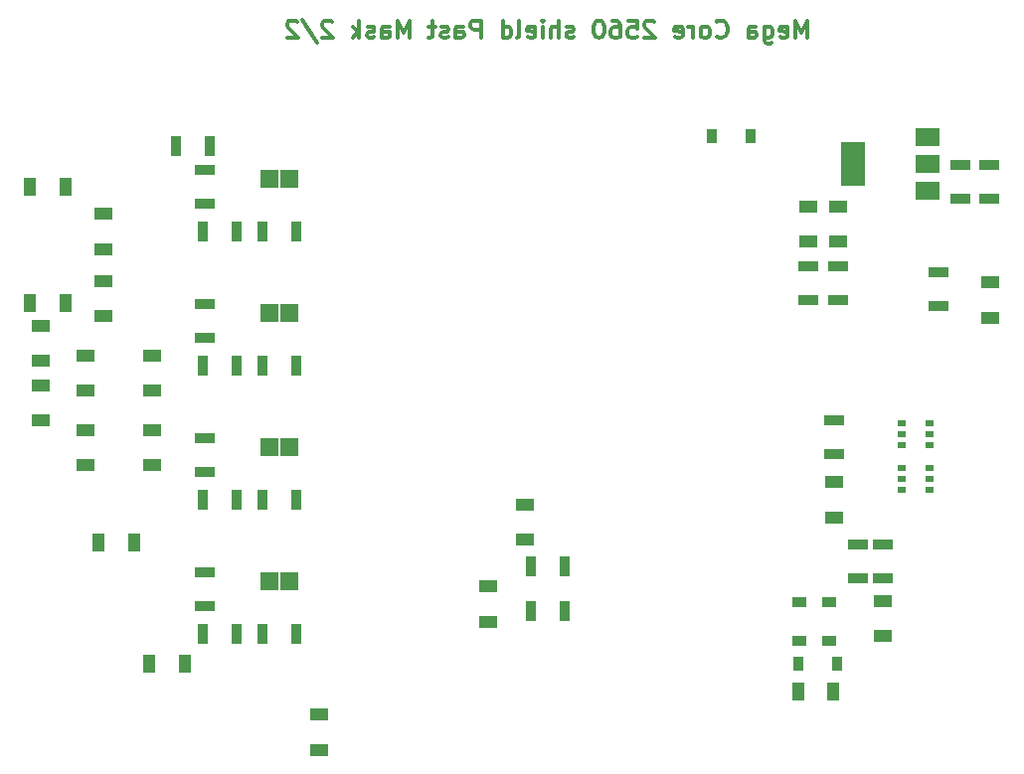
<source format=gbr>
G04 #@! TF.GenerationSoftware,KiCad,Pcbnew,(5.1.5)-3*
G04 #@! TF.CreationDate,2020-06-20T18:26:06+02:00*
G04 #@! TF.ProjectId,Mega_2560 core mini_full_2.2,4d656761-5f32-4353-9630-20636f726520,2.2*
G04 #@! TF.SameCoordinates,Original*
G04 #@! TF.FileFunction,Paste,Bot*
G04 #@! TF.FilePolarity,Positive*
%FSLAX46Y46*%
G04 Gerber Fmt 4.6, Leading zero omitted, Abs format (unit mm)*
G04 Created by KiCad (PCBNEW (5.1.5)-3) date 2020-06-20 18:26:06*
%MOMM*%
%LPD*%
G04 APERTURE LIST*
%ADD10C,0.300000*%
%ADD11R,1.000000X1.600000*%
%ADD12R,1.200000X0.900000*%
%ADD13R,0.900000X1.200000*%
%ADD14R,1.600000X1.000000*%
%ADD15R,1.700000X0.900000*%
%ADD16R,0.900000X1.700000*%
%ADD17R,0.800000X0.550000*%
%ADD18R,2.000000X3.800000*%
%ADD19R,2.000000X1.500000*%
%ADD20R,1.524000X1.524000*%
G04 APERTURE END LIST*
D10*
X208639662Y-58113051D02*
X208639662Y-56613051D01*
X208139662Y-57684480D01*
X207639662Y-56613051D01*
X207639662Y-58113051D01*
X206353948Y-58041622D02*
X206496805Y-58113051D01*
X206782520Y-58113051D01*
X206925377Y-58041622D01*
X206996805Y-57898765D01*
X206996805Y-57327337D01*
X206925377Y-57184480D01*
X206782520Y-57113051D01*
X206496805Y-57113051D01*
X206353948Y-57184480D01*
X206282520Y-57327337D01*
X206282520Y-57470194D01*
X206996805Y-57613051D01*
X204996805Y-57113051D02*
X204996805Y-58327337D01*
X205068234Y-58470194D01*
X205139662Y-58541622D01*
X205282520Y-58613051D01*
X205496805Y-58613051D01*
X205639662Y-58541622D01*
X204996805Y-58041622D02*
X205139662Y-58113051D01*
X205425377Y-58113051D01*
X205568234Y-58041622D01*
X205639662Y-57970194D01*
X205711091Y-57827337D01*
X205711091Y-57398765D01*
X205639662Y-57255908D01*
X205568234Y-57184480D01*
X205425377Y-57113051D01*
X205139662Y-57113051D01*
X204996805Y-57184480D01*
X203639662Y-58113051D02*
X203639662Y-57327337D01*
X203711091Y-57184480D01*
X203853948Y-57113051D01*
X204139662Y-57113051D01*
X204282520Y-57184480D01*
X203639662Y-58041622D02*
X203782520Y-58113051D01*
X204139662Y-58113051D01*
X204282520Y-58041622D01*
X204353948Y-57898765D01*
X204353948Y-57755908D01*
X204282520Y-57613051D01*
X204139662Y-57541622D01*
X203782520Y-57541622D01*
X203639662Y-57470194D01*
X200925377Y-57970194D02*
X200996805Y-58041622D01*
X201211091Y-58113051D01*
X201353948Y-58113051D01*
X201568234Y-58041622D01*
X201711091Y-57898765D01*
X201782520Y-57755908D01*
X201853948Y-57470194D01*
X201853948Y-57255908D01*
X201782520Y-56970194D01*
X201711091Y-56827337D01*
X201568234Y-56684480D01*
X201353948Y-56613051D01*
X201211091Y-56613051D01*
X200996805Y-56684480D01*
X200925377Y-56755908D01*
X200068234Y-58113051D02*
X200211091Y-58041622D01*
X200282520Y-57970194D01*
X200353948Y-57827337D01*
X200353948Y-57398765D01*
X200282520Y-57255908D01*
X200211091Y-57184480D01*
X200068234Y-57113051D01*
X199853948Y-57113051D01*
X199711091Y-57184480D01*
X199639662Y-57255908D01*
X199568234Y-57398765D01*
X199568234Y-57827337D01*
X199639662Y-57970194D01*
X199711091Y-58041622D01*
X199853948Y-58113051D01*
X200068234Y-58113051D01*
X198925377Y-58113051D02*
X198925377Y-57113051D01*
X198925377Y-57398765D02*
X198853948Y-57255908D01*
X198782520Y-57184480D01*
X198639662Y-57113051D01*
X198496805Y-57113051D01*
X197425377Y-58041622D02*
X197568234Y-58113051D01*
X197853948Y-58113051D01*
X197996805Y-58041622D01*
X198068234Y-57898765D01*
X198068234Y-57327337D01*
X197996805Y-57184480D01*
X197853948Y-57113051D01*
X197568234Y-57113051D01*
X197425377Y-57184480D01*
X197353948Y-57327337D01*
X197353948Y-57470194D01*
X198068234Y-57613051D01*
X195639662Y-56755908D02*
X195568234Y-56684480D01*
X195425377Y-56613051D01*
X195068234Y-56613051D01*
X194925377Y-56684480D01*
X194853948Y-56755908D01*
X194782520Y-56898765D01*
X194782520Y-57041622D01*
X194853948Y-57255908D01*
X195711091Y-58113051D01*
X194782520Y-58113051D01*
X193425377Y-56613051D02*
X194139662Y-56613051D01*
X194211091Y-57327337D01*
X194139662Y-57255908D01*
X193996805Y-57184480D01*
X193639662Y-57184480D01*
X193496805Y-57255908D01*
X193425377Y-57327337D01*
X193353948Y-57470194D01*
X193353948Y-57827337D01*
X193425377Y-57970194D01*
X193496805Y-58041622D01*
X193639662Y-58113051D01*
X193996805Y-58113051D01*
X194139662Y-58041622D01*
X194211091Y-57970194D01*
X192068234Y-56613051D02*
X192353948Y-56613051D01*
X192496805Y-56684480D01*
X192568234Y-56755908D01*
X192711091Y-56970194D01*
X192782520Y-57255908D01*
X192782520Y-57827337D01*
X192711091Y-57970194D01*
X192639662Y-58041622D01*
X192496805Y-58113051D01*
X192211091Y-58113051D01*
X192068234Y-58041622D01*
X191996805Y-57970194D01*
X191925377Y-57827337D01*
X191925377Y-57470194D01*
X191996805Y-57327337D01*
X192068234Y-57255908D01*
X192211091Y-57184480D01*
X192496805Y-57184480D01*
X192639662Y-57255908D01*
X192711091Y-57327337D01*
X192782520Y-57470194D01*
X190996805Y-56613051D02*
X190853948Y-56613051D01*
X190711091Y-56684480D01*
X190639662Y-56755908D01*
X190568234Y-56898765D01*
X190496805Y-57184480D01*
X190496805Y-57541622D01*
X190568234Y-57827337D01*
X190639662Y-57970194D01*
X190711091Y-58041622D01*
X190853948Y-58113051D01*
X190996805Y-58113051D01*
X191139662Y-58041622D01*
X191211091Y-57970194D01*
X191282520Y-57827337D01*
X191353948Y-57541622D01*
X191353948Y-57184480D01*
X191282520Y-56898765D01*
X191211091Y-56755908D01*
X191139662Y-56684480D01*
X190996805Y-56613051D01*
X188782520Y-58041622D02*
X188639662Y-58113051D01*
X188353948Y-58113051D01*
X188211091Y-58041622D01*
X188139662Y-57898765D01*
X188139662Y-57827337D01*
X188211091Y-57684480D01*
X188353948Y-57613051D01*
X188568234Y-57613051D01*
X188711091Y-57541622D01*
X188782520Y-57398765D01*
X188782520Y-57327337D01*
X188711091Y-57184480D01*
X188568234Y-57113051D01*
X188353948Y-57113051D01*
X188211091Y-57184480D01*
X187496805Y-58113051D02*
X187496805Y-56613051D01*
X186853948Y-58113051D02*
X186853948Y-57327337D01*
X186925377Y-57184480D01*
X187068234Y-57113051D01*
X187282520Y-57113051D01*
X187425377Y-57184480D01*
X187496805Y-57255908D01*
X186139662Y-58113051D02*
X186139662Y-57113051D01*
X186139662Y-56613051D02*
X186211091Y-56684480D01*
X186139662Y-56755908D01*
X186068234Y-56684480D01*
X186139662Y-56613051D01*
X186139662Y-56755908D01*
X184853948Y-58041622D02*
X184996805Y-58113051D01*
X185282520Y-58113051D01*
X185425377Y-58041622D01*
X185496805Y-57898765D01*
X185496805Y-57327337D01*
X185425377Y-57184480D01*
X185282520Y-57113051D01*
X184996805Y-57113051D01*
X184853948Y-57184480D01*
X184782520Y-57327337D01*
X184782520Y-57470194D01*
X185496805Y-57613051D01*
X183925377Y-58113051D02*
X184068234Y-58041622D01*
X184139662Y-57898765D01*
X184139662Y-56613051D01*
X182711091Y-58113051D02*
X182711091Y-56613051D01*
X182711091Y-58041622D02*
X182853948Y-58113051D01*
X183139662Y-58113051D01*
X183282520Y-58041622D01*
X183353948Y-57970194D01*
X183425377Y-57827337D01*
X183425377Y-57398765D01*
X183353948Y-57255908D01*
X183282520Y-57184480D01*
X183139662Y-57113051D01*
X182853948Y-57113051D01*
X182711091Y-57184480D01*
X180853948Y-58113051D02*
X180853948Y-56613051D01*
X180282520Y-56613051D01*
X180139662Y-56684480D01*
X180068234Y-56755908D01*
X179996805Y-56898765D01*
X179996805Y-57113051D01*
X180068234Y-57255908D01*
X180139662Y-57327337D01*
X180282520Y-57398765D01*
X180853948Y-57398765D01*
X178711091Y-58113051D02*
X178711091Y-57327337D01*
X178782520Y-57184480D01*
X178925377Y-57113051D01*
X179211091Y-57113051D01*
X179353948Y-57184480D01*
X178711091Y-58041622D02*
X178853948Y-58113051D01*
X179211091Y-58113051D01*
X179353948Y-58041622D01*
X179425377Y-57898765D01*
X179425377Y-57755908D01*
X179353948Y-57613051D01*
X179211091Y-57541622D01*
X178853948Y-57541622D01*
X178711091Y-57470194D01*
X178068234Y-58041622D02*
X177925377Y-58113051D01*
X177639662Y-58113051D01*
X177496805Y-58041622D01*
X177425377Y-57898765D01*
X177425377Y-57827337D01*
X177496805Y-57684480D01*
X177639662Y-57613051D01*
X177853948Y-57613051D01*
X177996805Y-57541622D01*
X178068234Y-57398765D01*
X178068234Y-57327337D01*
X177996805Y-57184480D01*
X177853948Y-57113051D01*
X177639662Y-57113051D01*
X177496805Y-57184480D01*
X176996805Y-57113051D02*
X176425377Y-57113051D01*
X176782520Y-56613051D02*
X176782520Y-57898765D01*
X176711091Y-58041622D01*
X176568234Y-58113051D01*
X176425377Y-58113051D01*
X174782520Y-58113051D02*
X174782520Y-56613051D01*
X174282520Y-57684480D01*
X173782520Y-56613051D01*
X173782520Y-58113051D01*
X172425377Y-58113051D02*
X172425377Y-57327337D01*
X172496805Y-57184480D01*
X172639662Y-57113051D01*
X172925377Y-57113051D01*
X173068234Y-57184480D01*
X172425377Y-58041622D02*
X172568234Y-58113051D01*
X172925377Y-58113051D01*
X173068234Y-58041622D01*
X173139662Y-57898765D01*
X173139662Y-57755908D01*
X173068234Y-57613051D01*
X172925377Y-57541622D01*
X172568234Y-57541622D01*
X172425377Y-57470194D01*
X171782520Y-58041622D02*
X171639662Y-58113051D01*
X171353948Y-58113051D01*
X171211091Y-58041622D01*
X171139662Y-57898765D01*
X171139662Y-57827337D01*
X171211091Y-57684480D01*
X171353948Y-57613051D01*
X171568234Y-57613051D01*
X171711091Y-57541622D01*
X171782520Y-57398765D01*
X171782520Y-57327337D01*
X171711091Y-57184480D01*
X171568234Y-57113051D01*
X171353948Y-57113051D01*
X171211091Y-57184480D01*
X170496805Y-58113051D02*
X170496805Y-56613051D01*
X170353948Y-57541622D02*
X169925377Y-58113051D01*
X169925377Y-57113051D02*
X170496805Y-57684480D01*
X168211091Y-56755908D02*
X168139662Y-56684480D01*
X167996805Y-56613051D01*
X167639662Y-56613051D01*
X167496805Y-56684480D01*
X167425377Y-56755908D01*
X167353948Y-56898765D01*
X167353948Y-57041622D01*
X167425377Y-57255908D01*
X168282520Y-58113051D01*
X167353948Y-58113051D01*
X165639662Y-56541622D02*
X166925377Y-58470194D01*
X165211091Y-56755908D02*
X165139662Y-56684480D01*
X164996805Y-56613051D01*
X164639662Y-56613051D01*
X164496805Y-56684480D01*
X164425377Y-56755908D01*
X164353948Y-56898765D01*
X164353948Y-57041622D01*
X164425377Y-57255908D01*
X165282520Y-58113051D01*
X164353948Y-58113051D01*
D11*
X207868520Y-113822480D03*
X210868520Y-113822480D03*
D12*
X207995520Y-109503480D03*
X207995520Y-106203480D03*
X210535520Y-106203480D03*
X210535520Y-109503480D03*
D13*
X211169520Y-111409480D03*
X207869520Y-111409480D03*
D14*
X215107520Y-109075480D03*
X215107520Y-106075480D03*
X210916520Y-98939480D03*
X210916520Y-95939480D03*
X224251520Y-78921480D03*
X224251520Y-81921480D03*
X211297520Y-72444480D03*
X211297520Y-75444480D03*
X208757520Y-72444480D03*
X208757520Y-75444480D03*
D13*
X203803520Y-66451480D03*
X200503520Y-66451480D03*
D14*
X184627520Y-97844480D03*
X184627520Y-100844480D03*
X181452520Y-104829480D03*
X181452520Y-107829480D03*
X167101520Y-115751480D03*
X167101520Y-118751480D03*
D11*
X152647520Y-111409480D03*
X155647520Y-111409480D03*
X151329520Y-101122480D03*
X148329520Y-101122480D03*
D14*
X152877520Y-94494480D03*
X152877520Y-91494480D03*
X147162520Y-94494480D03*
X147162520Y-91494480D03*
X147162520Y-85144480D03*
X147162520Y-88144480D03*
X152877520Y-85144480D03*
X152877520Y-88144480D03*
D11*
X145487520Y-80675480D03*
X142487520Y-80675480D03*
D14*
X143352520Y-85604480D03*
X143352520Y-82604480D03*
X148686520Y-78794480D03*
X148686520Y-81794480D03*
X148686520Y-76079480D03*
X148686520Y-73079480D03*
D11*
X145487520Y-70769480D03*
X142487520Y-70769480D03*
D14*
X143352520Y-90684480D03*
X143352520Y-87684480D03*
D15*
X219806520Y-80982480D03*
X219806520Y-78082480D03*
X215107520Y-101249480D03*
X215107520Y-104149480D03*
D16*
X157142520Y-74579480D03*
X160042520Y-74579480D03*
X160042520Y-86009480D03*
X157142520Y-86009480D03*
X157142520Y-97439480D03*
X160042520Y-97439480D03*
X160042520Y-108869480D03*
X157142520Y-108869480D03*
X185082520Y-106964480D03*
X187982520Y-106964480D03*
D15*
X211297520Y-80474480D03*
X211297520Y-77574480D03*
X208757520Y-77574480D03*
X208757520Y-80474480D03*
X210916520Y-90655480D03*
X210916520Y-93555480D03*
D16*
X187982520Y-103154480D03*
X185082520Y-103154480D03*
D15*
X157322520Y-69319480D03*
X157322520Y-72219480D03*
D16*
X162222520Y-74579480D03*
X165122520Y-74579480D03*
D15*
X157322520Y-80749480D03*
X157322520Y-83649480D03*
D16*
X162222520Y-86009480D03*
X165122520Y-86009480D03*
D15*
X157322520Y-92179480D03*
X157322520Y-95079480D03*
D16*
X162222520Y-97439480D03*
X165122520Y-97439480D03*
D15*
X157322520Y-103609480D03*
X157322520Y-106509480D03*
D16*
X162222520Y-108869480D03*
X165122520Y-108869480D03*
X154856520Y-67340480D03*
X157756520Y-67340480D03*
D15*
X224124520Y-71838480D03*
X224124520Y-68938480D03*
X221711520Y-68938480D03*
X221711520Y-71838480D03*
X212948520Y-101270480D03*
X212948520Y-104170480D03*
D17*
X216701520Y-94711480D03*
X216701520Y-95661480D03*
X216701520Y-96611480D03*
X219101520Y-96611480D03*
X219101520Y-95661480D03*
X219101520Y-94711480D03*
X219101520Y-90901480D03*
X219101520Y-91851480D03*
X219101520Y-92801480D03*
X216701520Y-92801480D03*
X216701520Y-91851480D03*
X216701520Y-90901480D03*
D18*
X212592520Y-68864480D03*
D19*
X218892520Y-68864480D03*
X218892520Y-71164480D03*
X218892520Y-66564480D03*
D20*
X162872420Y-70134480D03*
X164571680Y-70134480D03*
X164571680Y-81564480D03*
X162872420Y-81564480D03*
X164571680Y-92994480D03*
X162872420Y-92994480D03*
X162872420Y-104424480D03*
X164571680Y-104424480D03*
M02*

</source>
